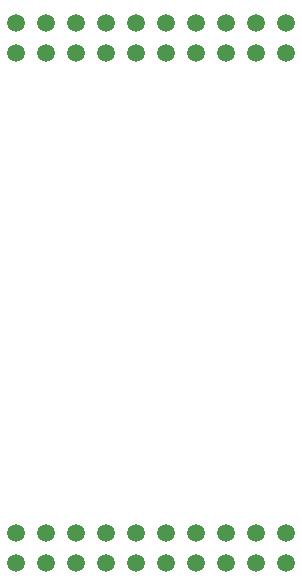
<source format=gbr>
G04 #@! TF.GenerationSoftware,KiCad,Pcbnew,(5.0.0)*
G04 #@! TF.CreationDate,2018-10-11T16:39:52-05:00*
G04 #@! TF.ProjectId,StandardBoard_HalfTiva,5374616E64617264426F6172645F4861,rev?*
G04 #@! TF.SameCoordinates,Original*
G04 #@! TF.FileFunction,Paste,Top*
G04 #@! TF.FilePolarity,Positive*
%FSLAX46Y46*%
G04 Gerber Fmt 4.6, Leading zero omitted, Abs format (unit mm)*
G04 Created by KiCad (PCBNEW (5.0.0)) date 10/11/18 16:39:52*
%MOMM*%
%LPD*%
G01*
G04 APERTURE LIST*
%ADD10C,1.520000*%
G04 APERTURE END LIST*
D10*
G04 #@! TO.C,REF\002A\002A*
X161290000Y-71628000D03*
X158750000Y-71628000D03*
X156210000Y-71628000D03*
X179070000Y-74168000D03*
X176530000Y-74168000D03*
X173990000Y-74168000D03*
X171450000Y-74168000D03*
X168910000Y-74168000D03*
X166370000Y-74168000D03*
X163830000Y-74168000D03*
X161290000Y-74168000D03*
X158750000Y-74168000D03*
X156210000Y-74168000D03*
X179070000Y-117348000D03*
X173990000Y-117348000D03*
X168910000Y-117348000D03*
X166370000Y-117348000D03*
X163830000Y-117348000D03*
X161290000Y-117348000D03*
X158750000Y-117348000D03*
X179070000Y-114808000D03*
X173990000Y-114808000D03*
X163830000Y-114808000D03*
X161290000Y-114808000D03*
X158750000Y-114808000D03*
X156210000Y-114808000D03*
X168910000Y-114808000D03*
X171450000Y-114808000D03*
X176530000Y-117348000D03*
X163830000Y-71628000D03*
X166370000Y-71628000D03*
X176530000Y-114808000D03*
X171450000Y-117348000D03*
X173990000Y-71628000D03*
X171450000Y-71628000D03*
X166370000Y-114808000D03*
X168910000Y-71628000D03*
X176530000Y-71628000D03*
X179070000Y-71628000D03*
X156210000Y-117348000D03*
G04 #@! TD*
M02*

</source>
